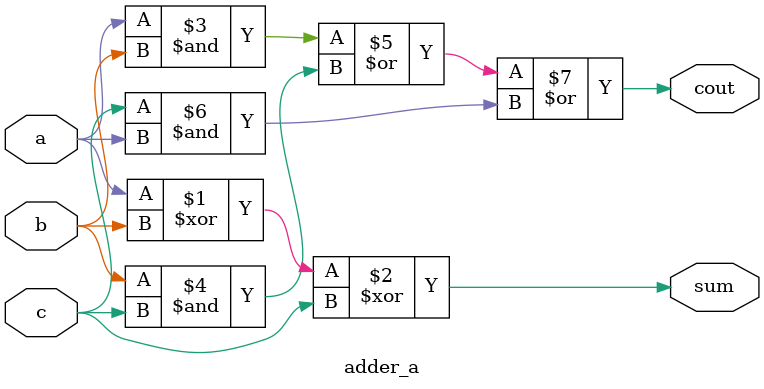
<source format=v>
module adder_a(a,b,c,sum,cout);
input a,b,c;
output sum,cout;

assign sum=a^b^c;
assign cout=a&b|b&c|c&a;
endmodule


</source>
